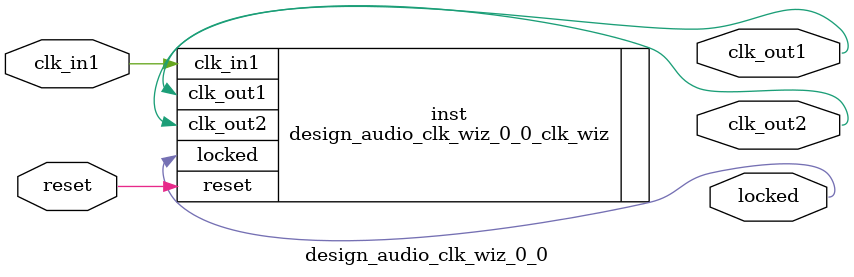
<source format=v>


`timescale 1ps/1ps

(* CORE_GENERATION_INFO = "design_audio_clk_wiz_0_0,clk_wiz_v6_0_9_0_0,{component_name=design_audio_clk_wiz_0_0,use_phase_alignment=false,use_min_o_jitter=false,use_max_i_jitter=false,use_dyn_phase_shift=false,use_inclk_switchover=false,use_dyn_reconfig=false,enable_axi=0,feedback_source=FDBK_AUTO,PRIMITIVE=MMCM,num_out_clk=2,clkin1_period=10.001,clkin2_period=10.000,use_power_down=false,use_reset=true,use_locked=true,use_inclk_stopped=false,feedback_type=SINGLE,CLOCK_MGR_TYPE=NA,manual_override=false}" *)

module design_audio_clk_wiz_0_0 
 (
  // Clock out ports
  output        clk_out1,
  output        clk_out2,
  // Status and control signals
  input         reset,
  output        locked,
 // Clock in ports
  input         clk_in1
 );

  design_audio_clk_wiz_0_0_clk_wiz inst
  (
  // Clock out ports  
  .clk_out1(clk_out1),
  .clk_out2(clk_out2),
  // Status and control signals               
  .reset(reset), 
  .locked(locked),
 // Clock in ports
  .clk_in1(clk_in1)
  );

endmodule

</source>
